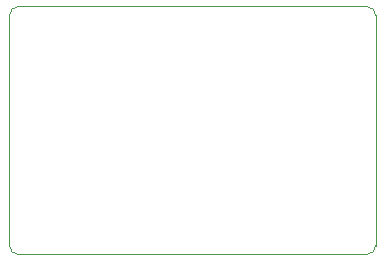
<source format=gm1>
%TF.GenerationSoftware,KiCad,Pcbnew,(5.1.8-0-10_14)*%
%TF.CreationDate,2021-07-20T13:17:47+01:00*%
%TF.ProjectId,banana-bread-board-helper,62616e61-6e61-42d6-9272-6561642d626f,rev?*%
%TF.SameCoordinates,Original*%
%TF.FileFunction,Profile,NP*%
%FSLAX46Y46*%
G04 Gerber Fmt 4.6, Leading zero omitted, Abs format (unit mm)*
G04 Created by KiCad (PCBNEW (5.1.8-0-10_14)) date 2021-07-20 13:17:47*
%MOMM*%
%LPD*%
G01*
G04 APERTURE LIST*
%TA.AperFunction,Profile*%
%ADD10C,0.050000*%
%TD*%
G04 APERTURE END LIST*
D10*
X127500000Y-89500000D02*
G75*
G02*
X128250000Y-88750000I750000J0D01*
G01*
X128250000Y-109750000D02*
G75*
G02*
X127500000Y-109000000I0J750000D01*
G01*
X158500000Y-109000000D02*
G75*
G02*
X157750000Y-109750000I-750000J0D01*
G01*
X157750000Y-88750000D02*
G75*
G02*
X158500000Y-89500000I0J-750000D01*
G01*
X128250000Y-88750000D02*
X157750000Y-88750000D01*
X127500000Y-109000000D02*
X127500000Y-89500000D01*
X157750000Y-109750000D02*
X128250000Y-109750000D01*
X158500000Y-89500000D02*
X158500000Y-109000000D01*
M02*

</source>
